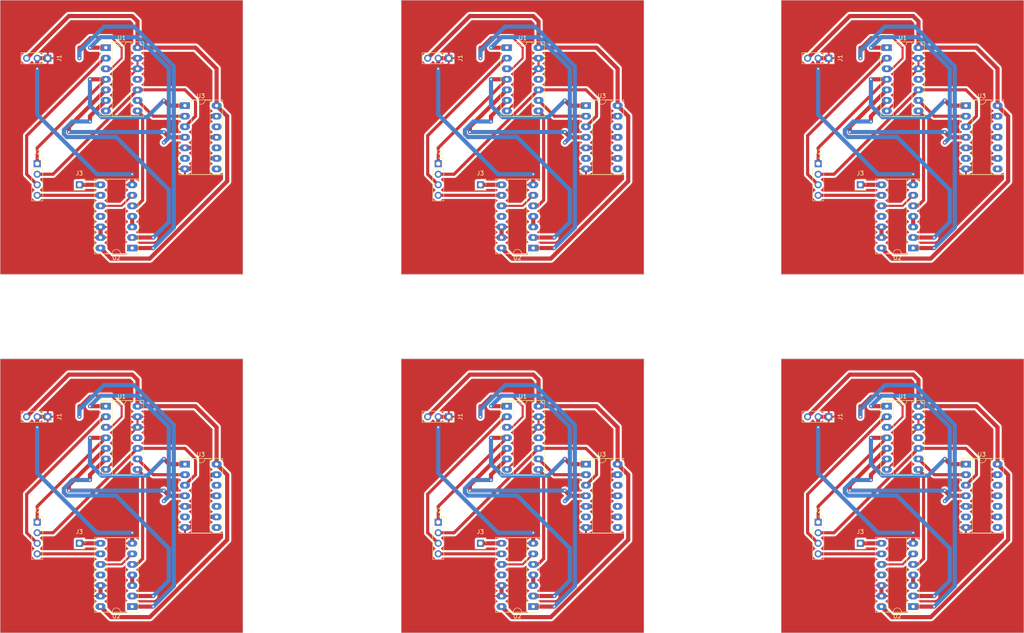
<source format=kicad_pcb>
(kicad_pcb (version 20221018) (generator pcbnew)
  (layers (0 "F.Cu" signal) (31 "B.Cu" signal) (34 "B.Paste" user) (35 "F.Paste" user) (36 "B.SilkS" user "B.Silkscreen") (37 "F.SilkS" user "F.Silkscreen") (38 "B.Mask" user) (39 "F.Mask" user) (44 "Edge.Cuts" user))
  (net 0 "")
  (net 1 "GND")
  (net 2 "5V")
  (net 3 "W")
  (net 4 "X")
  (net 5 "Y")
  (net 6 "Z")
  (net 7 "Net-(J3-Pin_1)")
  (net 8 "X'")
  (net 9 "Net-(U1-Pad3)")
  (net 10 "Net-(U1-Pad6)")
  (net 11 "Net-(U1-Pad8)")
  (net 12 "W'")
  (net 14 "Net-(U2-Pad3)")
  (net 15 "Net-(U2-Pad10)")
  (footprint "Connector_PinSocket_2.54mm:PinSocket_1x04_P2.54mm_Vertical" (layer "F.Cu") (at 130.825 151.135)
    (fp_text reference "J2")
    (fp_text value "Conn_01x04_Socket")
  )
  (footprint "Package_DIP:DIP-14_W7.62mm_Socket_LongPads" (layer "F.Cu") (at 257.82 50.795)
    (fp_text reference "U3")
    (fp_text value "74LS04")
  )
  (footprint "Connector_PinSocket_2.54mm:PinSocket_1x03_P2.54mm_Vertical" (layer "F.Cu") (at 224.805 125.735 -90)
    (fp_text reference "J1")
    (fp_text value "Conn_01x03_Socket")
  )
  (footprint "Package_DIP:DIP-14_W7.62mm_Socket_LongPads" (layer "F.Cu") (at 147.345 36.83)
    (fp_text reference "U1")
    (fp_text value "74LS08")
  )
  (footprint "Package_DIP:DIP-14_W7.62mm_Socket_LongPads" (layer "F.Cu") (at 69.86 50.795)
    (fp_text reference "U3")
    (fp_text value "74LS04")
  )
  (footprint "Connector_PinSocket_2.54mm:PinSocket_1x03_P2.54mm_Vertical" (layer "F.Cu") (at 224.805 39.375 -90)
    (fp_text reference "J1")
    (fp_text value "Conn_01x03_Socket")
  )
  (footprint "Package_DIP:DIP-14_W7.62mm_Socket_LongPads" (layer "F.Cu") (at 245.125 85.095 180)
    (fp_text reference "U2")
    (fp_text value "74LS32")
  )
  (footprint "Connector_PinSocket_2.54mm:PinSocket_1x04_P2.54mm_Vertical" (layer "F.Cu") (at 130.825 64.775)
    (fp_text reference "J2")
    (fp_text value "Conn_01x04_Socket")
  )
  (footprint "Package_DIP:DIP-14_W7.62mm_Socket_LongPads" (layer "F.Cu") (at 238.785 36.83)
    (fp_text reference "U1")
    (fp_text value "74LS08")
  )
  (footprint "Package_DIP:DIP-14_W7.62mm_Socket_LongPads" (layer "F.Cu") (at 245.125 171.455 180)
    (fp_text reference "U2")
    (fp_text value "74LS32")
  )
  (footprint "Package_DIP:DIP-14_W7.62mm_Socket_LongPads" (layer "F.Cu") (at 257.82 137.155)
    (fp_text reference "U3")
    (fp_text value "74LS04")
  )
  (footprint "Connector_PinSocket_2.54mm:PinSocket_1x01_P2.54mm_Vertical" (layer "F.Cu") (at 232.425 156.215)
    (fp_text reference "J3")
    (fp_text value "Conn_01x01_Socket")
  )
  (footprint "Connector_PinSocket_2.54mm:PinSocket_1x01_P2.54mm_Vertical" (layer "F.Cu") (at 140.985 69.855)
    (fp_text reference "J3")
    (fp_text value "Conn_01x01_Socket")
  )
  (footprint "Connector_PinSocket_2.54mm:PinSocket_1x03_P2.54mm_Vertical" (layer "F.Cu") (at 133.365 125.735 -90)
    (fp_text reference "J1")
    (fp_text value "Conn_01x03_Socket")
  )
  (footprint "Connector_PinSocket_2.54mm:PinSocket_1x01_P2.54mm_Vertical" (layer "F.Cu") (at 232.425 69.855)
    (fp_text reference "J3")
    (fp_text value "Conn_01x01_Socket")
  )
  (footprint "Package_DIP:DIP-14_W7.62mm_Socket_LongPads" (layer "F.Cu") (at 50.825 123.19)
    (fp_text reference "U1")
    (fp_text value "74LS08")
  )
  (footprint "Package_DIP:DIP-14_W7.62mm_Socket_LongPads" (layer "F.Cu") (at 50.825 36.83)
    (fp_text reference "U1")
    (fp_text value "74LS08")
  )
  (footprint "Connector_PinSocket_2.54mm:PinSocket_1x01_P2.54mm_Vertical" (layer "F.Cu") (at 44.465 156.215)
    (fp_text reference "J3")
    (fp_text value "Conn_01x01_Socket")
  )
  (footprint "Connector_PinSocket_2.54mm:PinSocket_1x01_P2.54mm_Vertical" (layer "F.Cu") (at 44.465 69.855)
    (fp_text reference "J3")
    (fp_text value "Conn_01x01_Socket")
  )
  (footprint "Package_DIP:DIP-14_W7.62mm_Socket_LongPads" (layer "F.Cu") (at 166.38 137.155)
    (fp_text reference "U3")
    (fp_text value "74LS04")
  )
  (footprint "Package_DIP:DIP-14_W7.62mm_Socket_LongPads" (layer "F.Cu") (at 57.165 85.095 180)
    (fp_text reference "U2")
    (fp_text value "74LS32")
  )
  (footprint "Package_DIP:DIP-14_W7.62mm_Socket_LongPads" (layer "F.Cu") (at 69.86 137.155)
    (fp_text reference "U3")
    (fp_text value "74LS04")
  )
  (footprint "Connector_PinSocket_2.54mm:PinSocket_1x03_P2.54mm_Vertical" (layer "F.Cu") (at 133.365 39.375 -90)
    (fp_text reference "J1")
    (fp_text value "Conn_01x03_Socket")
  )
  (footprint "Connector_PinSocket_2.54mm:PinSocket_1x03_P2.54mm_Vertical" (layer "F.Cu") (at 36.845 125.735 -90)
    (fp_text reference "J1")
    (fp_text value "Conn_01x03_Socket")
  )
  (footprint "Package_DIP:DIP-14_W7.62mm_Socket_LongPads" (layer "F.Cu") (at 57.165 171.455 180)
    (fp_text reference "U2")
    (fp_text value "74LS32")
  )
  (footprint "Connector_PinSocket_2.54mm:PinSocket_1x04_P2.54mm_Vertical" (layer "F.Cu") (at 34.305 151.135)
    (fp_text reference "J2")
    (fp_text value "Conn_01x04_Socket")
  )
  (footprint "Connector_PinSocket_2.54mm:PinSocket_1x04_P2.54mm_Vertical" (layer "F.Cu") (at 222.265 151.135)
    (fp_text reference "J2")
    (fp_text value "Conn_01x04_Socket")
  )
  (footprint "Package_DIP:DIP-14_W7.62mm_Socket_LongPads" (layer "F.Cu") (at 147.345 123.19)
    (fp_text reference "U1")
    (fp_text value "74LS08")
  )
  (footprint "Connector_PinSocket_2.54mm:PinSocket_1x01_P2.54mm_Vertical" (layer "F.Cu") (at 140.985 156.215)
    (fp_text reference "J3")
    (fp_text value "Conn_01x01_Socket")
  )
  (footprint "Package_DIP:DIP-14_W7.62mm_Socket_LongPads" (layer "F.Cu") (at 166.38 50.795)
    (fp_text reference "U3")
    (fp_text value "74LS04")
  )
  (footprint "Package_DIP:DIP-14_W7.62mm_Socket_LongPads" (layer "F.Cu") (at 153.685 171.455 180)
    (fp_text reference "U2")
    (fp_text value "74LS32")
  )
  (footprint "Connector_PinSocket_2.54mm:PinSocket_1x03_P2.54mm_Vertical" (layer "F.Cu") (at 36.845 39.375 -90)
    (fp_text reference "J1")
    (fp_text value "Conn_01x03_Socket")
  )
  (footprint "Package_DIP:DIP-14_W7.62mm_Socket_LongPads" (layer "F.Cu") (at 153.685 85.095 180)
    (fp_text reference "U2")
    (fp_text value "74LS32")
  )
  (footprint "Package_DIP:DIP-14_W7.62mm_Socket_LongPads" (layer "F.Cu") (at 238.785 123.19)
    (fp_text reference "U1")
    (fp_text value "74LS08")
  )
  (footprint "Connector_PinSocket_2.54mm:PinSocket_1x04_P2.54mm_Vertical" (layer "F.Cu") (at 222.265 64.775)
    (fp_text reference "J2")
    (fp_text value "Conn_01x04_Socket")
  )
  (footprint "Connector_PinSocket_2.54mm:PinSocket_1x04_P2.54mm_Vertical" (layer "F.Cu") (at 34.305 64.775)
    (fp_text reference "J2")
    (fp_text value "Conn_01x04_Socket")
  )
  (gr_rect (start 121.92 111.76) (end 180.34 177.8) (stroke (width 0.1)) (fill none) (layer "Edge.Cuts"))
  (gr_rect (start 213.36 111.76) (end 271.78 177.8) (stroke (width 0.1)) (fill none) (layer "Edge.Cuts"))
  (gr_rect (start 25.4 25.4) (end 83.82 91.44) (stroke (width 0.1)) (fill none) (layer "Edge.Cuts"))
  (gr_rect (start 213.36 25.4) (end 271.78 91.44) (stroke (width 0.1)) (fill none) (layer "Edge.Cuts"))
  (gr_rect (start 121.92 25.4) (end 180.34 91.44) (stroke (width 0.1)) (fill none) (layer "Edge.Cuts"))
  (gr_rect (start 25.4 111.76) (end 83.82 177.8) (stroke (width 0.1)) (fill none) (layer "Edge.Cuts"))
  (segment (start 170.175 147.315) (end 170.18 147.32) (width 1) (layer "F.Cu") (net 1))
  (segment (start 57.165 69.855) (end 57.165 67.315) (width 1) (layer "F.Cu") (net 1))
  (segment (start 222.265 39.375) (end 224.805 39.375) (width 1) (layer "F.Cu") (net 1))
  (segment (start 73.66 63.5) (end 71.125 66.035) (width 1) (layer "F.Cu") (net 1))
  (segment (start 57.165 156.215) (end 57.165 153.675) (width 1) (layer "F.Cu") (net 1))
  (segment (start 261.62 63.5) (end 259.085 66.035) (width 1) (layer "F.Cu") (net 1))
  (segment (start 77.48 63.495) (end 73.665 63.495) (width 1) (layer "F.Cu") (net 1))
  (segment (start 73.665 144.775) (end 73.66 144.78) (width 1) (layer "F.Cu") (net 1))
  (segment (start 241.3 135.915) (end 241.3 133.375) (width 0.5) (layer "F.Cu") (net 1))
  (segment (start 241.3 49.555) (end 241.3 47.015) (width 0.5) (layer "F.Cu") (net 1))
  (segment (start 261.625 58.415) (end 261.62 58.42) (width 1) (layer "F.Cu") (net 1))
  (segment (start 241.3 133.375) (end 246.405 128.27) (width 0.5) (layer "F.Cu") (net 1))
  (segment (start 265.44 58.415) (end 261.625 58.415) (width 1) (layer "F.Cu") (net 1))
  (segment (start 261.625 149.855) (end 261.62 149.86) (width 1) (layer "F.Cu") (net 1))
  (segment (start 265.44 149.855) (end 261.625 149.855) (width 1) (layer "F.Cu") (net 1))
  (segment (start 130.825 39.375) (end 130.825 41.915) (width 1) (layer "F.Cu") (net 1))
  (segment (start 257.82 60.955) (end 261.615 60.955) (width 1) (layer "F.Cu") (net 1))
  (segment (start 53.34 49.555) (end 53.34 47.015) (width 0.5) (layer "F.Cu") (net 1))
  (segment (start 261.62 144.78) (end 261.62 147.32) (width 1) (layer "F.Cu") (net 1))
  (segment (start 174 144.775) (end 170.185 144.775) (width 1) (layer "F.Cu") (net 1))
  (segment (start 170.18 58.42) (end 170.18 60.96) (width 1) (layer "F.Cu") (net 1))
  (segment (start 261.625 144.775) (end 261.62 144.78) (width 1) (layer "F.Cu") (net 1))
  (segment (start 149.86 49.555) (end 149.86 47.015) (width 0.5) (layer "F.Cu") (net 1))
  (segment (start 237.505 168.915) (end 237.505 166.375) (width 1) (layer "F.Cu") (net 1))
  (segment (start 174 149.855) (end 170.185 149.855) (width 1) (layer "F.Cu") (net 1))
  (segment (start 170.18 55.88) (end 170.18 58.42) (width 1) (layer "F.Cu") (net 1))
  (segment (start 170.185 58.415) (end 170.18 58.42) (width 1) (layer "F.Cu") (net 1))
  (segment (start 53.34 133.375) (end 58.445 128.27) (width 0.5) (layer "F.Cu") (net 1))
  (segment (start 261.62 55.88) (end 261.62 58.42) (width 1) (layer "F.Cu") (net 1))
  (segment (start 77.48 58.415) (end 73.665 58.415) (width 1) (layer "F.Cu") (net 1))
  (segment (start 174 53.335) (end 172.725 53.335) (width 1) (layer "F.Cu") (net 1))
  (segment (start 261.625 63.495) (end 261.62 63.5) (width 1) (layer "F.Cu") (net 1))
  (segment (start 238.785 138.43) (end 241.3 135.915) (width 0.5) (layer "F.Cu") (net 1))
  (segment (start 153.685 69.855) (end 153.685 67.315) (width 1) (layer "F.Cu") (net 1))
  (segment (start 265.44 144.775) (end 261.625 144.775) (width 1) (layer "F.Cu") (net 1))
  (segment (start 73.66 142.24) (end 73.66 144.78) (width 1) (layer "F.Cu") (net 1))
  (segment (start 73.665 58.415) (end 73.66 58.42) (width 1) (layer "F.Cu") (net 1))
  (segment (start 222.265 125.735) (end 224.805 125.735) (width 1) (layer "F.Cu") (net 1))
  (segment (start 174 63.495) (end 170.185 63.495) (width 1) (layer "F.Cu") (net 1))
  (segment (start 170.18 60.96) (end 170.18 63.5) (width 1) (layer "F.Cu") (net 1))
  (segment (start 34.305 125.735) (end 34.305 128.275) (width 1) (layer "F.Cu") (net 1))
  (segment (start 259.085 152.395) (end 257.82 152.395) (width 1) (layer "F.Cu") (net 1))
  (segment (start 170.18 147.32) (end 170.18 149.86) (width 1) (layer "F.Cu") (net 1))
  (segment (start 130.825 125.735) (end 133.365 125.735) (width 1) (layer "F.Cu") (net 1))
  (segment (start 166.38 147.315) (end 170.175 147.315) (width 1) (layer "F.Cu") (net 1))
  (segment (start 69.86 147.315) (end 73.655 147.315) (width 1) (layer "F.Cu") (net 1))
  (segment (start 77.48 139.695) (end 76.205 139.695) (width 1) (layer "F.Cu") (net 1))
  (segment (start 146.065 82.555) (end 146.065 80.015) (width 1) (layer "F.Cu") (net 1))
  (segment (start 170.185 63.495) (end 170.18 63.5) (width 1) (layer "F.Cu") (net 1))
  (segment (start 245.125 156.215) (end 245.125 153.675) (width 1) (layer "F.Cu") (net 1))
  (segment (start 34.305 39.375) (end 36.845 39.375) (width 1) (layer "F.Cu") (net 1))
  (segment (start 261.62 60.96) (end 261.62 63.5) (width 1) (layer "F.Cu") (net 1))
  (segment (start 77.48 149.855) (end 73.665 149.855) (width 1) (layer "F.Cu") (net 1))
  (segment (start 222.265 39.375) (end 222.265 41.915) (width 1) (layer "F.Cu") (net 1))
  (segment (start 149.86 47.015) (end 154.965 41.91) (width 0.5) (layer "F.Cu") (net 1))
  (segment (start 147.345 52.07) (end 149.86 49.555) (width 0.5) (layer "F.Cu") (net 1))
  (segment (start 237.505 82.555) (end 237.505 80.015) (width 1) (layer "F.Cu") (net 1))
  (segment (start 53.34 47.015) (end 58.445 41.91) (width 0.5) (layer "F.Cu") (net 1))
  (segment (start 73.66 147.32) (end 73.66 149.86) (width 1) (layer "F.Cu") (net 1))
  (segment (start 69.86 60.955) (end 73.655 60.955) (width 1) (layer "F.Cu") (net 1))
  (segment (start 261.615 147.315) (end 261.62 147.32) (width 1) (layer "F.Cu") (net 1))
  (segment (start 261.62 142.24) (end 261.62 144.78) (width 1) (layer "F.Cu") (net 1))
  (segment (start 73.665 63.495) (end 73.66 63.5) (width 1) (layer "F.Cu") (net 1))
  (segment (start 77.48 144.775) (end 73.665 144.775) (width 1) (layer "F.Cu") (net 1))
  (segment (start 34.305 39.375) (end 34.305 41.915) (width 1) (layer "F.Cu") (net 1))
  (segment (start 265.44 53.335) (end 264.165 53.335) (width 1) (layer "F.Cu") (net 1))
  (segment (start 73.655 60.955) (end 73.66 60.96) (width 1) (layer "F.Cu") (net 1))
  (segment (start 241.3 47.015) (end 246.405 41.91) (width 0.5) (layer "F.Cu") (net 1))
  (segment (start 50.825 138.43) (end 53.34 135.915) (width 0.5) (layer "F.Cu") (net 1))
  (segment (start 73.66 60.96) (end 73.66 63.5) (width 1) (layer "F.Cu") (net 1))
  (segment (start 170.18 142.24) (end 170.18 144.78) (width 1) (layer "F.Cu") (net 1))
  (segment (start 73.66 58.42) (end 73.66 60.96) (width 1) (layer "F.Cu") (net 1))
  (segment (start 147.345 138.43) (end 149.86 135.915) (width 0.5) (layer "F.Cu") (net 1))
  (segment (start 34.305 125.735) (end 36.845 125.735) (width 1) (layer "F.Cu") (net 1))
  (segment (start 166.38 60.955) (end 170.175 60.955) (width 1) (layer "F.Cu") (net 1))
  (segment (start 264.165 53.335) (end 261.62 55.88) (width 1) (layer "F.Cu") (net 1))
  (segment (start 261.62 147.32) (end 261.62 149.86) (width 1) (layer "F.Cu") (net 1))
  (segment (start 146.065 168.915) (end 146.065 166.375) (width 1) (layer "F.Cu") (net 1))
  (segment (start 53.34 135.915) (end 53.34 133.375) (width 0.5) (layer "F.Cu") (net 1))
  (segment (start 71.125 152.395) (end 69.86 152.395) (width 1) (layer "F.Cu") (net 1))
  (segment (start 71.125 66.035) (end 69.86 66.035) (width 1) (layer "F.Cu") (net 1))
  (segment (start 245.125 69.855) (end 245.125 67.315) (width 1) (layer "F.Cu") (net 1))
  (segment (start 130.825 125.735) (end 130.825 128.275) (width 1) (layer "F.Cu") (net 1))
  (segment (start 49.545 82.555) (end 49.545 80.015) (width 1) (layer "F.Cu") (net 1))
  (segment (start 265.44 63.495) (end 261.625 63.495) (width 1) (layer "F.Cu") (net 1))
  (segment (start 170.18 149.86) (end 167.645 152.395) (width 1) (layer "F.Cu") (net 1))
  (segment (start 170.18 144.78) (end 170.18 147.32) (width 1) (layer "F.Cu") (net 1))
  (segment (start 149.86 133.375) (end 154.965 128.27) (width 0.5) (layer "F.Cu") (net 1))
  (segment (start 238.785 52.07) (end 241.3 49.555) (width 0.5) (layer "F.Cu") (net 1))
  (segment (start 172.725 139.695) (end 170.18 142.24) (width 1) (layer "F.Cu") (net 1))
  (segment (start 170.18 63.5) (end 167.645 66.035) (width 1) (layer "F.Cu") (net 1))
  (segment (start 73.66 149.86) (end 71.125 152.395) (width 1) (layer "F.Cu") (net 1))
  (segment (start 167.645 152.395) (end 166.38 152.395) (width 1) (layer "F.Cu") (net 1))
  (segment (start 49.545 168.915) (end 49.545 166.375) (width 1) (layer "F.Cu") (net 1))
  (segment (start 172.725 53.335) (end 170.18 55.88) (width 1) (layer "F.Cu") (net 1))
  (segment (start 170.185 149.855) (end 170.18 149.86) (width 1) (layer "F.Cu") (net 1))
  (segment (start 73.655 147.315) (end 73.66 147.32) (width 1) (layer "F.Cu") (net 1))
  (segment (start 174 58.415) (end 170.185 58.415) (width 1) (layer "F.Cu") (net 1))
  (segment (start 73.665 149.855) (end 73.66 149.86) (width 1) (layer "F.Cu") (net 1))
  (segment (start 257.82 147.315) (end 261.615 147.315) (width 1) (layer "F.Cu") (net 1))
  (segment (start 76.205 53.335) (end 73.66 55.88) (width 1) (layer "F.Cu") (net 1))
  (segment (start 261.62 58.42) (end 261.62 60.96) (width 1) (layer "F.Cu") (net 1))
  (segment (start 174 139.695) (end 172.725 139.695) (width 1) (layer "F.Cu") (net 1))
  (segment (start 265.44 139.695) (end 264.165 139.695) (width 1) (layer "F.Cu") (net 1))
  (segment (start 261.615 60.955) (end 261.62 60.96) (width 1) (layer "F.Cu") (net 1))
  (segment (start 50.825 52.07) (end 53.34 49.555) (width 0.5) (layer "F.Cu") (net 1))
  (segment (start 73.66 55.88) (end 73.66 58.42) (width 1) (layer "F.Cu") (net 1))
  (segment (start 76.205 139.695) (end 73.66 142.24) (width 1) (layer "F.Cu") (net 1))
  (segment (start 264.165 139.695) (end 261.62 142.24) (width 1) (layer "F.Cu") (net 1))
  (segment (start 261.62 149.86) (end 259.085 152.395) (width 1) (layer "F.Cu") (net 1))
  (segment (start 149.86 135.915) (end 149.86 133.375) (width 0.5) (layer "F.Cu") (net 1))
  (segment (start 170.185 144.775) (end 170.18 144.78) (width 1) (layer "F.Cu") (net 1))
  (segment (start 167.645 66.035) (end 166.38 66.035) (width 1) (layer "F.Cu") (net 1))
  (segment (start 77.48 53.335) (end 76.205 53.335) (width 1) (layer "F.Cu") (net 1))
  (segment (start 73.66 144.78) (end 73.66 147.32) (width 1) (layer "F.Cu") (net 1))
  (segment (start 130.825 39.375) (end 133.365 39.375) (width 1) (layer "F.Cu") (net 1))
  (segment (start 222.265 125.735) (end 222.265 128.275) (width 1) (layer "F.Cu") (net 1))
  (segment (start 259.085 66.035) (end 257.82 66.035) (width 1) (layer "F.Cu") (net 1))
  (segment (start 170.175 60.955) (end 170.18 60.96) (width 1) (layer "F.Cu") (net 1))
  (segment (start 153.685 156.215) (end 153.685 153.675) (width 1) (layer "F.Cu") (net 1))
  (via (at 130.825 41.915) (size 0.8) (drill 0.4) (layers "F.Cu" "B.Cu") (net 1))
  (via (at 153.685 153.675) (size 0.8) (drill 0.4) (layers "F.Cu" "B.Cu") (net 1))
  (via (at 222.265 41.915) (size 0.8) (drill 0.4) (layers "F.Cu" "B.Cu") (net 1))
  (via (at 245.125 153.675) (size 0.8) (drill 0.4) (layers "F.Cu" "B.Cu") (net 1))
  (via (at 245.125 67.315) (size 0.8) (drill 0.4) (layers "F.Cu" "B.Cu") (net 1))
  (via (at 153.685 67.315) (size 0.8) (drill 0.4) (layers "F.Cu" "B.Cu") (net 1))
  (via (at 34.305 128.275) (size 0.8) (drill 0.4) (layers "F.Cu" "B.Cu") (net 1))
  (via (at 130.825 128.275) (size 0.8) (drill 0.4) (layers "F.Cu" "B.Cu") (net 1))
  (via (at 57.165 67.315) (size 0.8) (drill 0.4) (layers "F.Cu" "B.Cu") (net 1))
  (via (at 57.165 153.675) (size 0.8) (drill 0.4) (layers "F.Cu" "B.Cu") (net 1))
  (via (at 222.265 128.275) (size 0.8) (drill 0.4) (layers "F.Cu" "B.Cu") (net 1))
  (via (at 34.305 41.915) (size 0.8) (drill 0.4) (layers "F.Cu" "B.Cu") (net 1))
  (segment (start 34.305 41.915) (end 34.305 52.929112) (width 1) (layer "B.Cu") (net 1))
  (segment (start 222.265 52.929112) (end 236.650888 67.315) (width 1) (layer "B.Cu") (net 1))
  (segment (start 222.265 128.275) (end 222.265 139.289112) (width 1) (layer "B.Cu") (net 1))
  (segment (start 222.265 139.289112) (end 236.650888 153.675) (width 1) (layer "B.Cu") (net 1))
  (segment (start 145.210888 67.315) (end 153.685 67.315) (width 1) (layer "B.Cu") (net 1))
  (segment (start 130.825 139.289112) (end 145.210888 153.675) (width 1) (layer "B.Cu") (net 1))
  (segment (start 34.305 139.289112) (end 48.690888 153.675) (width 1) (layer "B.Cu") (net 1))
  (segment (start 222.265 41.915) (end 222.265 52.929112) (width 1) (layer "B.Cu") (net 1))
  (segment (start 34.305 52.929112) (end 48.690888 67.315) (width 1) (layer "B.Cu") (net 1))
  (segment (start 48.690888 153.675) (end 57.165 153.675) (width 1) (layer "B.Cu") (net 1))
  (segment (start 130.825 52.929112) (end 145.210888 67.315) (width 1) (layer "B.Cu") (net 1))
  (segment (start 130.825 41.915) (end 130.825 52.929112) (width 1) (layer "B.Cu") (net 1))
  (segment (start 145.210888 153.675) (end 153.685 153.675) (width 1) (layer "B.Cu") (net 1))
  (segment (start 48.690888 67.315) (end 57.165 67.315) (width 1) (layer "B.Cu") (net 1))
  (segment (start 130.825 128.275) (end 130.825 139.289112) (width 1) (layer "B.Cu") (net 1))
  (segment (start 34.305 128.275) (end 34.305 139.289112) (width 1) (layer "B.Cu") (net 1))
  (segment (start 236.650888 153.675) (end 245.125 153.675) (width 1) (layer "B.Cu") (net 1))
  (segment (start 236.650888 67.315) (end 245.125 67.315) (width 1) (layer "B.Cu") (net 1))
  (segment (start 265.44 50.795) (end 265.44 41.91) (width 1) (layer "F.Cu") (net 2))
  (segment (start 80.025 155.372056) (end 61.402056 173.995) (width 1) (layer "F.Cu") (net 2))
  (segment (start 77.48 50.795) (end 80.025 53.34) (width 1) (layer "F.Cu") (net 2))
  (segment (start 138.445 115.575) (end 128.285 125.735) (width 1) (layer "F.Cu") (net 2))
  (segment (start 174 41.91) (end 168.92 36.83) (width 1) (layer "F.Cu") (net 2))
  (segment (start 176.545 53.34) (end 176.545 69.012056) (width 1) (layer "F.Cu") (net 2))
  (segment (start 52.085 87.635) (end 49.545 85.095) (width 1) (layer "F.Cu") (net 2))
  (segment (start 229.885 115.575) (end 219.725 125.735) (width 1) (layer "F.Cu") (net 2))
  (segment (start 58.445 123.19) (end 58.445 116.855) (width 1) (layer "F.Cu") (net 2))
  (segment (start 77.48 41.91) (end 72.4 36.83) (width 1) (layer "F.Cu") (net 2))
  (segment (start 240.045 87.635) (end 237.505 85.095) (width 1) (layer "F.Cu") (net 2))
  (segment (start 57.165 115.575) (end 41.925 115.575) (width 1) (layer "F.Cu") (net 2))
  (segment (start 57.165 29.215) (end 41.925 29.215) (width 1) (layer "F.Cu") (net 2))
  (segment (start 148.605 87.635) (end 146.065 85.095) (width 1) (layer "F.Cu") (net 2))
  (segment (start 174 50.795) (end 174 41.91) (width 1) (layer "F.Cu") (net 2))
  (segment (start 58.445 116.855) (end 57.165 115.575) (width 1) (layer "F.Cu") (net 2))
  (segment (start 52.085 173.995) (end 49.545 171.455) (width 1) (layer "F.Cu") (net 2))
  (segment (start 240.045 173.995) (end 237.505 171.455) (width 1) (layer "F.Cu") (net 2))
  (segment (start 72.4 36.83) (end 58.445 36.83) (width 1) (layer "F.Cu") (net 2))
  (segment (start 153.685 29.215) (end 138.445 29.215) (width 1) (layer "F.Cu") (net 2))
  (segment (start 174 128.27) (end 168.92 123.19) (width 1) (layer "F.Cu") (net 2))
  (segment (start 41.925 29.215) (end 31.765 39.375) (width 1) (layer "F.Cu") (net 2))
  (segment (start 154.965 116.855) (end 153.685 115.575) (width 1) (layer "F.Cu") (net 2))
  (segment (start 157.922056 173.995) (end 148.605 173.995) (width 1) (layer "F.Cu") (net 2))
  (segment (start 176.545 155.372056) (end 157.922056 173.995) (width 1) (layer "F.Cu") (net 2))
  (segment (start 80.025 139.7) (end 80.025 155.372056) (width 1) (layer "F.Cu") (net 2))
  (segment (start 229.885 29.215) (end 219.725 39.375) (width 1) (layer "F.Cu") (net 2))
  (segment (start 249.362056 87.635) (end 240.045 87.635) (width 1) (layer "F.Cu") (net 2))
  (segment (start 154.965 123.19) (end 154.965 116.855) (width 1) (layer "F.Cu") (net 2))
  (segment (start 61.402056 173.995) (end 52.085 173.995) (width 1) (layer "F.Cu") (net 2))
  (segment (start 176.545 69.012056) (end 157.922056 87.635) (width 1) (layer "F.Cu") (net 2))
  (segment (start 58.445 36.83) (end 58.445 30.495) (width 1) (layer "F.Cu") (net 2))
  (segment (start 267.985 69.012056) (end 249.362056 87.635) (width 1) (layer "F.Cu") (net 2))
  (segment (start 249.362056 173.995) (end 240.045 173.995) (width 1) (layer "F.Cu") (net 2))
  (segment (start 260.36 36.83) (end 246.405 36.83) (width 1) (layer "F.Cu") (net 2))
  (segment (start 168.92 36.83) (end 154.965 36.83) (width 1) (layer "F.Cu") (net 2))
  (segment (start 267.985 53.34) (end 267.985 69.012056) (width 1) (layer "F.Cu") (net 2))
  (segment (start 265.44 128.27) (end 260.36 123.19) (width 1) (layer "F.Cu") (net 2))
  (segment (start 157.922056 87.635) (end 148.605 87.635) (width 1) (layer "F.Cu") (net 2))
  (segment (start 176.545 139.7) (end 176.545 155.372056) (width 1) (layer "F.Cu") (net 2))
  (segment (start 77.48 137.155) (end 77.48 128.27) (width 1) (layer "F.Cu") (net 2))
  (segment (start 77.48 137.155) (end 80.025 139.7) (width 1) (layer "F.Cu") (net 2))
  (segment (start 174 137.155) (end 176.545 139.7) (width 1) (layer "F.Cu") (net 2))
  (segment (start 245.125 29.215) (end 229.885 29.215) (width 1) (layer "F.Cu") (net 2))
  (segment (start 58.445 30.495) (end 57.165 29.215) (width 1) (layer "F.Cu") (net 2))
  (segment (start 265.44 50.795) (end 267.985 53.34) (width 1) (layer "F.Cu") (net 2))
  (segment (start 267.985 139.7) (end 267.985 155.372056) (width 1) (layer "F.Cu") (net 2))
  (segment (start 72.4 123.19) (end 58.445 123.19) (width 1) (layer "F.Cu") (net 2))
  (segment (start 246.405 116.855) (end 245.125 115.575) (width 1) (layer "F.Cu") (net 2))
  (segment (start 168.92 123.19) (end 154.965 123.19) (width 1) (layer "F.Cu") (net 2))
  (segment (start 80.025 69.012056) (end 61.402056 87.635) (width 1) (layer "F.Cu") (net 2))
  (segment (start 174 50.795) (end 176.545 53.34) (width 1) (layer "F.Cu") (net 2))
  (segment (start 77.48 128.27) (end 72.4 123.19) (width 1) (layer "F.Cu") (net 2))
  (segment (start 77.48 50.795) (end 77.48 41.91) (width 1) (layer "F.Cu") (net 2))
  (segment (start 80.025 53.34) (end 80.025 69.012056) (width 1) (layer "F.Cu") (net 2))
  (segment (start 246.405 30.495) (end 245.125 29.215) (width 1) (layer "F.Cu") (net 2))
  (segment (start 154.965 30.495) (end 153.685 29.215) (width 1) (layer "F.Cu") (net 2))
  (segment (start 246.405 36.83) (end 246.405 30.495) (width 1) (layer "F.Cu") (net 2))
  (segment (start 148.605 173.995) (end 146.065 171.455) (width 1) (layer "F.Cu") (net 2))
  (segment (start 174 137.155) (end 174 128.27) (width 1) (layer "F.Cu") (net 2))
  (segment (start 265.44 137.155) (end 265.44 128.27) (width 1) (layer "F.Cu") (net 2))
  (segment (start 41.925 115.575) (end 31.765 125.735) (width 1) (layer "F.Cu") (net 2))
  (segment (start 265.44 137.155) (end 267.985 139.7) (width 1) (layer "F.Cu") (net 2))
  (segment (start 260.36 123.19) (end 246.405 123.19) (width 1) (layer "F.Cu") (net 2))
  (segment (start 245.125 115.575) (end 229.885 115.575) (width 1) (layer "F.Cu") (net 2))
  (segment (start 265.44 41.91) (end 260.36 36.83) (width 1) (layer "F.Cu") (net 2))
  (segment (start 246.405 123.19) (end 246.405 116.855) (width 1) (layer "F.Cu") (net 2))
  (segment (start 154.965 36.83) (end 154.965 30.495) (width 1) (layer "F.Cu") (net 2))
  (segment (start 138.445 29.215) (end 128.285 39.375) (width 1) (layer "F.Cu") (net 2))
  (segment (start 153.685 115.575) (end 138.445 115.575) (width 1) (layer "F.Cu") (net 2))
  (segment (start 61.402056 87.635) (end 52.085 87.635) (width 1) (layer "F.Cu") (net 2))
  (segment (start 267.985 155.372056) (end 249.362056 173.995) (width 1) (layer "F.Cu") (net 2))
  (segment (start 34.305 151.135) (end 34.305 147.33) (width 0.75) (layer "F.Cu") (net 3))
  (segment (start 34.305 64.775) (end 34.305 60.97) (width 0.75) (layer "F.Cu") (net 3))
  (segment (start 254.005 137.155) (end 252.745 135.895) (width 1) (layer "F.Cu") (net 3))
  (segment (start 222.265 147.33) (end 238.785 130.81) (width 0.75) (layer "F.Cu") (net 3))
  (segment (start 238.78 44.455) (end 238.785 44.45) (width 1) (layer "F.Cu") (net 3))
  (segment (start 69.86 50.795) (end 66.045 50.795) (width 1) (layer "F.Cu") (net 3))
  (segment (start 130.825 147.33) (end 147.345 130.81) (width 0.75) (layer "F.Cu") (net 3))
  (segment (start 257.82 137.155) (end 254.005 137.155) (width 1) (layer "F.Cu") (net 3))
  (segment (start 222.265 60.97) (end 238.785 44.45) (width 0.75) (layer "F.Cu") (net 3))
  (segment (start 162.565 50.795) (end 161.305 49.535) (width 1) (layer "F.Cu") (net 3))
  (segment (start 69.86 137.155) (end 66.045 137.155) (width 1) (layer "F.Cu") (net 3))
  (segment (start 222.265 64.775) (end 222.265 60.97) (width 0.75) (layer "F.Cu") (net 3))
  (segment (start 254.005 50.795) (end 252.745 49.535) (width 1) (layer "F.Cu") (net 3))
  (segment (start 34.305 147.33) (end 50.825 130.81) (width 0.75) (layer "F.Cu") (net 3))
  (segment (start 147.34 44.455) (end 147.345 44.45) (width 1) (layer "F.Cu") (net 3))
  (segment (start 50.82 130.815) (end 50.825 130.81) (width 1) (layer "F.Cu") (net 3))
  (segment (start 47.005 130.815) (end 50.82 130.815) (width 1) (layer "F.Cu") (net 3))
  (segment (start 166.38 137.155) (end 162.565 137.155) (width 1) (layer "F.Cu") (net 3))
  (segment (start 234.965 44.455) (end 238.78 44.455) (width 1) (layer "F.Cu") (net 3))
  (segment (start 238.78 130.815) (end 238.785 130.81) (width 1) (layer "F.Cu") (net 3))
  (segment (start 130.825 64.775) (end 130.825 60.97) (width 0.75) (layer "F.Cu") (net 3))
  (segment (start 147.34 130.815) (end 147.345 130.81) (width 1) (layer "F.Cu") (net 3))
  (segment (start 66.045 50.795) (end 64.785 49.535) (width 1) (layer "F.Cu") (net 3))
  (segment (start 130.825 60.97) (end 147.345 44.45) (width 0.75) (layer "F.Cu") (net 3))
  (segment (start 143.525 130.815) (end 147.34 130.815) (width 1) (layer "F.Cu") (net 3))
  (segment (start 162.565 137.155) (end 161.305 135.895) (width 1) (layer "F.Cu") (net 3))
  (segment (start 143.525 44.455) (end 147.34 44.455) (width 1) (layer "F.Cu") (net 3))
  (segment (start 50.82 44.455) (end 50.825 44.45) (width 1) (layer "F.Cu") (net 3))
  (segment (start 47.005 44.455) (end 50.82 44.455) (width 1) (layer "F.Cu") (net 3))
  (segment (start 166.38 50.795) (end 162.565 50.795) (width 1) (layer "F.Cu") (net 3))
  (segment (start 257.82 50.795) (end 254.005 50.795) (width 1) (layer "F.Cu") (net 3))
  (segment (start 222.265 151.135) (end 222.265 147.33) (width 0.75) (layer "F.Cu") (net 3))
  (segment (start 130.825 151.135) (end 130.825 147.33) (width 0.75) (layer "F.Cu") (net 3))
  (segment (start 234.965 130.815) (end 238.78 130.815) (width 1) (layer "F.Cu") (net 3))
  (segment (start 34.305 60.97) (end 50.825 44.45) (width 0.75) (layer "F.Cu") (net 3))
  (segment (start 66.045 137.155) (end 64.785 135.895) (width 1) (layer "F.Cu") (net 3))
  (via (at 161.305 49.535) (size 0.8) (drill 0.4) (layers "F.Cu" "B.Cu") (net 3))
  (via (at 234.965 44.455) (size 0.8) (drill 0.4) (layers "F.Cu" "B.Cu") (net 3))
  (via (at 143.525 130.815) (size 0.8) (drill 0.4) (layers "F.Cu" "B.Cu") (net 3))
  (via (at 234.965 130.815) (size 0.8) (drill 0.4) (layers "F.Cu" "B.Cu") (net 3))
  (via (at 47.005 44.455) (size 0.8) (drill 0.4) (layers "F.Cu" "B.Cu") (net 3))
  (via (at 64.785 135.895) (size 0.8) (drill 0.4) (layers "F.Cu" "B.Cu") (net 3))
  (via (at 47.005 130.815) (size 0.8) (drill 0.4) (layers "F.Cu" "B.Cu") (net 3))
  (via (at 252.745 49.535) (size 0.8) (drill 0.4) (layers "F.Cu" "B.Cu") (net 3))
  (via (at 143.525 44.455) (size 0.8) (drill 0.4) (layers "F.Cu" "B.Cu") (net 3))
  (via (at 161.305 135.895) (size 0.8) (drill 0.4) (layers "F.Cu" "B.Cu") (net 3))
  (via (at 64.785 49.535) (size 0.8) (drill 0.4) (layers "F.Cu" "B.Cu") (net 3))
  (via (at 252.745 135.895) (size 0.8) (drill 0.4) (layers "F.Cu" "B.Cu") (net 3))
  (segment (start 60.75 53.57) (end 49.80368 53.57) (width 1) (layer "B.Cu") (net 3))
  (segment (start 234.965 50.77132) (end 234.965 44.455) (width 1) (layer "B.Cu") (net 3))
  (segment (start 252.745 49.535) (end 248.71 53.57) (width 1) (layer "B.Cu") (net 3))
  (segment (start 237.76368 139.93) (end 234.965 137.13132) (width 1) (layer "B.Cu") (net 3))
  (segment (start 143.525 137.13132) (end 143.525 130.815) (width 1) (layer "B.Cu") (net 3))
  (segment (start 146.32368 139.93) (end 143.525 137.13132) (width 1) (layer "B.Cu") (net 3))
  (segment (start 161.305 135.895) (end 157.27 139.93) (width 1) (layer "B.Cu") (net 3))
  (segment (start 64.785 135.895) (end 60.75 139.93) (width 1) (layer "B.Cu") (net 3))
  (segment (start 252.745 135.895) (end 248.71 139.93) (width 1) (layer "B.Cu") (net 3))
  (segment (start 60.75 139.93) (end 49.80368 139.93) (width 1) (layer "B.Cu") (net 3))
  (segment (start 49.80368 139.93) (end 47.005 137.13132) (width 1) (layer "B.Cu") (net 3))
  (segment (start 47.005 50.77132) (end 47.005 44.455) (width 1) (layer "B.Cu") (net 3))
  (segment (start 248.71 53.57) (end 237.76368 53.57) (width 1) (layer "B.Cu") (net 3))
  (segment (start 146.32368 53.57) (end 143.525 50.77132) (width 1) (layer "B.Cu") (net 3))
  (segment (start 143.525 50.77132) (end 143.525 44.455) (width 1) (layer "B.Cu") (net 3))
  (segment (start 47.005 137.13132) (end 47.005 130.815) (width 1) (layer "B.Cu") (net 3))
  (segment (start 161.305 49.535) (end 157.27 53.57) (width 1) (layer "B.Cu") (net 3))
  (segment (start 64.785 49.535) (end 60.75 53.57) (width 1) (layer "B.Cu") (net 3))
  (segment (start 49.80368 53.57) (end 47.005 50.77132) (width 1) (layer "B.Cu") (net 3))
  (segment (start 157.27 139.93) (end 146.32368 139.93) (width 1) (layer "B.Cu") (net 3))
  (segment (start 157.27 53.57) (end 146.32368 53.57) (width 1) (layer "B.Cu") (net 3))
  (segment (start 234.965 137.13132) (end 234.965 130.815) (width 1) (layer "B.Cu") (net 3))
  (segment (start 248.71 139.93) (end 237.76368 139.93) (width 1) (layer "B.Cu") (net 3))
  (segment (start 237.76368 53.57) (end 234.965 50.77132) (width 1) (layer "B.Cu") (net 3))
  (segment (start 58.445 46.99) (end 69.86 46.99) (width 0.75) (layer "F.Cu") (net 4))
  (segment (start 168.925 53.33) (end 166.38 55.875) (width 0.75) (layer "F.Cu") (net 4))
  (segment (start 168.925 49.535) (end 168.925 53.33) (width 0.75) (layer "F.Cu") (net 4))
  (segment (start 34.305 67.315) (end 38.12 67.315) (width 0.75) (layer "F.Cu") (net 4))
  (segment (start 134.64 153.675) (end 154.965 133.35) (width 0.75) (layer "F.Cu") (net 4))
  (segment (start 38.12 67.315) (end 58.445 46.99) (width 0.75) (layer "F.Cu") (net 4))
  (segment (start 260.365 49.535) (end 260.365 53.33) (width 0.75) (layer "F.Cu") (net 4))
  (segment (start 222.265 67.315) (end 226.08 67.315) (width 0.75) (layer "F.Cu") (net 4))
  (segment (start 257.82 133.35) (end 260.365 135.895) (width 0.75) (layer "F.Cu") (net 4))
  (segment (start 260.365 139.69) (end 257.82 142.235) (width 0.75) (layer "F.Cu") (net 4))
  (segment (start 130.825 153.675) (end 134.64 153.675) (width 0.75) (layer "F.Cu") (net 4))
  (segment (start 38.12 153.675) (end 58.445 133.35) (width 0.75) (layer "F.Cu") (net 4))
  (segment (start 166.38 46.99) (end 168.925 49.535) (width 0.75) (layer "F.Cu") (net 4))
  (segment (start 246.405 46.99) (end 257.82 46.99) (width 0.75) (layer "F.Cu") (net 4))
  (segment (start 168.925 135.895) (end 168.925 139.69) (width 0.75) (layer "F.Cu") (net 4))
  (segment (start 166.38 133.35) (end 168.925 135.895) (width 0.75) (layer "F.Cu") (net 4))
  (segment (start 69.86 133.35) (end 72.405 135.895) (width 0.75) (layer "F.Cu") (net 4))
  (segment (start 130.825 67.315) (end 134.64 67.315) (width 0.75) (layer "F.Cu") (net 4))
  (segment (start 72.405 53.33) (end 69.86 55.875) (width 0.75) (layer "F.Cu") (net 4))
  (segment (start 260.365 135.895) (end 260.365 139.69) (width 0.75) (layer "F.Cu") (net 4))
  (segment (start 72.405 135.895) (end 72.405 139.69) (width 0.75) (layer "F.Cu") (net 4))
  (segment (start 226.08 67.315) (end 246.405 46.99) (width 0.75) (layer "F.Cu") (net 4))
  (segment (start 134.64 67.315) (end 154.965 46.99) (width 0.75) (layer "F.Cu") (net 4))
  (segment (start 72.405 49.535) (end 72.405 53.33) (width 0.75) (layer "F.Cu") (net 4))
  (segment (start 69.86 46.99) (end 72.405 49.535) (width 0.75) (layer "F.Cu") (net 4))
  (segment (start 58.445 133.35) (end 69.86 133.35) (width 0.75) (layer "F.Cu") (net 4))
  (segment (start 154.965 133.35) (end 166.38 133.35) (width 0.75) (layer "F.Cu") (net 4))
  (segment (start 260.365 53.33) (end 257.82 55.875) (width 0.75) (layer "F.Cu") (net 4))
  (segment (start 222.265 153.675) (end 226.08 153.675) (width 0.75) (layer "F.Cu") (net 4))
  (segment (start 72.405 139.69) (end 69.86 142.235) (width 0.75) (layer "F.Cu") (net 4))
  (segment (start 226.08 153.675) (end 246.405 133.35) (width 0.75) (layer "F.Cu") (net 4))
  (segment (start 154.965 46.99) (end 166.38 46.99) (width 0.75) (layer "F.Cu") (net 4))
  (segment (start 246.405 133.35) (end 257.82 133.35) (width 0.75) (layer "F.Cu") (net 4))
  (segment (start 168.925 139.69) (end 166.38 142.235) (width 0.75) (layer "F.Cu") (net 4))
  (segment (start 34.305 153.675) (end 38.12 153.675) (width 0.75) (layer "F.Cu") (net 4))
  (segment (start 257.82 46.99) (end 260.365 49.535) (width 0.75) (layer "F.Cu") (net 4))
  (segment (start 238.385 39.37) (end 238.785 39.37) (width 0.75) (layer "F.Cu") (net 5))
  (segment (start 128.285 67.315) (end 128.285 58.03) (width 0.75) (layer "F.Cu") (net 5))
  (segment (start 34.305 156.215) (end 31.765 153.675) (width 0.75) (layer "F.Cu") (net 5))
  (segment (start 31.765 67.315) (end 31.765 58.03) (width 0.75) (layer "F.Cu") (net 5))
  (segment (start 34.305 69.855) (end 31.765 67.315) (width 0.75) (layer "F.Cu") (net 5))
  (segment (start 130.825 69.855) (end 128.285 67.315) (width 0.75) (layer "F.Cu") (net 5))
  (segment (start 219.725 67.315) (end 219.725 58.03) (width 0.75) (layer "F.Cu") (net 5))
  (segment (start 31.765 144.39) (end 50.425 125.73) (width 0.75) (layer "F.Cu") (net 5))
  (segment (start 50.425 125.73) (end 50.825 125.73) (width 0.75) (layer "F.Cu") (net 5))
  (segment (start 146.945 39.37) (end 147.345 39.37) (width 0.75) (layer "F.Cu") (net 5))
  (segment (start 219.725 153.675) (end 219.725 144.39) (width 0.75) (layer "F.Cu") (net 5))
  (segment (start 31.765 58.03) (end 50.425 39.37) (width 0.75) (layer "F.Cu") (net 5))
  (segment (start 50.425 39.37) (end 50.825 39.37) (width 0.75) (layer "F.Cu") (net 5))
  (segment (start 130.825 156.215) (end 128.285 153.675) (width 0.75) (layer "F.Cu") (net 5))
  (segment (start 146.945 125.73) (end 147.345 125.73) (width 0.75) (layer "F.Cu") (net 5))
  (segment (start 222.265 69.855) (end 219.725 67.315) (width 0.75) (layer "F.Cu") (net 5))
  (segment (start 128.285 144.39) (end 146.945 125.73) (width 0.75) (layer "F.Cu") (net 5))
  (segment (start 219.725 58.03) (end 238.385 39.37) (width 0.75) (layer "F.Cu") (net 5))
  (segment (start 128.285 153.675) (end 128.285 144.39) (width 0.75) (layer "F.Cu") (net 5))
  (segment (start 128.285 58.03) (end 146.945 39.37) (width 0.75) (layer "F.Cu") (net 5))
  (segment (start 222.265 156.215) (end 219.725 153.675) (width 0.75) (layer "F.Cu") (net 5))
  (segment (start 31.765 153.675) (end 31.765 144.39) (width 0.75) (layer "F.Cu") (net 5))
  (segment (start 238.385 125.73) (end 238.785 125.73) (width 0.75) (layer "F.Cu") (net 5))
  (segment (start 219.725 144.39) (end 238.385 125.73) (width 0.75) (layer "F.Cu") (net 5))
  (segment (start 222.265 72.395) (end 237.505 72.395) (width 0.75) (layer "F.Cu") (net 6))
  (segment (start 130.825 72.395) (end 146.065 72.395) (width 0.75) (layer "F.Cu") (net 6))
  (segment (start 222.265 158.755) (end 237.505 158.755) (width 0.75) (layer "F.Cu") (net 6))
  (segment (start 130.825 158.755) (end 146.065 158.755) (width 0.75) (layer "F.Cu") (net 6))
  (segment (start 34.305 72.395) (end 49.545 72.395) (width 0.75) (layer "F.Cu") (net 6))
  (segment (start 34.305 158.755) (end 49.545 158.755) (width 0.75) (layer "F.Cu") (net 6))
  (segment (start 237.505 69.855) (end 232.425 69.855) (width 1) (layer "F.Cu") (net 7))
  (segment (start 49.545 156.215) (end 44.465 156.215) (width 1) (layer "F.Cu") (net 7))
  (segment (start 237.505 156.215) (end 232.425 156.215) (width 1) (layer "F.Cu") (net 7))
  (segment (start 146.065 69.855) (end 140.985 69.855) (width 1) (layer "F.Cu") (net 7))
  (segment (start 146.065 156.215) (end 140.985 156.215) (width 1) (layer "F.Cu") (net 7))
  (segment (start 49.545 69.855) (end 44.465 69.855) (width 1) (layer "F.Cu") (net 7))
  (segment (start 254.005 144.775) (end 254.005 144.795) (width 1) (layer "F.Cu") (net 8))
  (segment (start 162.565 144.795) (end 161.305 146.055) (width 1) (layer "F.Cu") (net 8))
  (segment (start 66.045 58.435) (end 64.785 59.695) (width 1) (layer "F.Cu") (net 8))
  (segment (start 147.345 46.99) (end 138.445 55.89) (width 1) (layer "F.Cu") (net 8))
  (segment (start 254.005 58.435) (end 252.745 59.695) (width 1) (layer "F.Cu") (net 8))
  (segment (start 138.445 142.25) (end 138.445 143.515) (width 1) (layer "F.Cu") (net 8))
  (segment (start 238.785 133.35) (end 229.885 142.25) (width 1) (layer "F.Cu") (net 8))
  (segment (start 143.53 123.19) (end 143.525 123.195) (width 1) (layer "F.Cu") (net 8))
  (segment (start 66.045 144.775) (end 64.785 143.515) (width 1) (layer "F.Cu") (net 8))
  (segment (start 50.825 46.99) (end 41.925 55.89) (width 1) (layer "F.Cu") (net 8))
  (segment (start 41.925 55.89) (end 41.925 57.155) (width 1) (layer "F.Cu") (net 8))
  (segment (start 238.785 46.99) (end 229.885 55.89) (width 1) (layer "F.Cu") (net 8))
  (segment (start 234.97 123.19) (end 234.965 123.195) (width 1) (layer "F.Cu") (net 8))
  (segment (start 69.86 144.775) (end 66.045 144.775) (width 1) (layer "F.Cu") (net 8))
  (segment (start 254.005 58.415) (end 254.005 58.435) (width 1) (layer "F.Cu") (net 8))
  (segment (start 66.045 58.415) (end 66.045 58.435) (width 1) (layer "F.Cu") (net 8))
  (segment (start 254.005 144.795) (end 252.745 146.055) (width 1) (layer "F.Cu") (net 8))
  (segment (start 50.825 133.35) (end 41.925 142.25) (width 1) (layer "F.Cu") (net 8))
  (segment (start 162.565 144.775) (end 162.565 144.795) (width 1) (layer "F.Cu") (net 8))
  (segment (start 162.565 144.775) (end 161.305 143.515) (width 1) (layer "F.Cu") (net 8))
  (segment (start 50.825 123.19) (end 47.01 123.19) (width 1) (layer "F.Cu") (net 8))
  (segment (start 229.885 55.89) (end 229.885 57.155) (width 1) (layer "F.Cu") (net 8))
  (segment (start 238.785 123.19) (end 234.97 123.19) (width 1) (layer "F.Cu") (net 8))
  (segment (start 229.885 142.25) (end 229.885 143.515) (width 1) (layer "F.Cu") (net 8))
  (segment (start 162.565 58.415) (end 161.305 57.155) (width 1) (layer "F.Cu") (net 8))
  (segment (start 143.53 36.83) (end 143.525 36.835) (width 1) (layer "F.Cu") (net 8))
  (segment (start 254.005 144.775) (end 252.745 143.515) (width 1) (layer "F.Cu") (net 8))
  (segment (start 66.045 58.415) (end 64.785 57.155) (width 1) (layer "F.Cu") (net 8))
  (segment (start 166.38 58.415) (end 162.565 58.415) (width 1) (layer "F.Cu") (net 8))
  (segment (start 66.045 144.795) (end 64.785 146.055) (width 1) (layer "F.Cu") (net 8))
  (segment (start 254.005 58.415) (end 252.745 57.155) (width 1) (layer "F.Cu") (net 8))
  (segment (start 257.82 58.415) (end 254.005 58.415) (width 1) (layer "F.Cu") (net 8))
  (segment (start 166.38 144.775) (end 162.565 144.775) (width 1) (layer "F.Cu") (net 8))
  (segment (start 47.01 36.83) (end 47.005 36.835) (width 1) (layer "F.Cu") (net 8))
  (segment (start 238.785 36.83) (end 234.97 36.83) (width 1) (layer "F.Cu") (net 8))
  (segment (start 138.445 55.89) (end 138.445 57.155) (width 1) (layer "F.Cu") (net 8))
  (segment (start 162.565 58.415) (end 162.565 58.435) (width 1) (layer "F.Cu") (net 8))
  (segment (start 147.345 123.19) (end 143.53 123.19) (width 1) (layer "F.Cu") (net 8))
  (segment (start 50.825 36.83) (end 47.01 36.83) (width 1) (layer "F.Cu") (net 8))
  (segment (start 257.82 144.775) (end 254.005 144.775) (width 1) (layer "F.Cu") (net 8))
  (segment (start 234.97 36.83) (end 234.965 36.835) (width 1) (layer "F.Cu") (net 8))
  (segment (start 66.045 144.775) (end 66.045 144.795) (width 1) (layer "F.Cu") (net 8))
  (segment (start 147.345 133.35) (end 138.445 142.25) (width 1) (layer "F.Cu") (net 8))
  (segment (start 162.565 58.435) (end 161.305 59.695) (width 1) (layer "F.Cu") (net 8))
  (segment (start 41.925 142.25) (end 41.925 143.515) (width 1) (layer "F.Cu") (net 8))
  (segment (start 69.86 58.415) (end 66.045 58.415) (width 1) (layer "F.Cu") (net 8))
  (segment (start 47.01 123.19) (end 47.005 123.195) (width 1) (layer "F.Cu") (net 8))
  (segment (start 147.345 36.83) (end 143.53 36.83) (width 1) (layer "F.Cu") (net 8))
  (via (at 41.925 57.155) (size 0.8) (drill 0.4) (layers "F.Cu" "B.Cu") (net 8))
  (via (at 47.005 36.835) (size 0.8) (drill 0.4) (layers "F.Cu" "B.Cu") (net 8))
  (via (at 252.745 57.155) (size 0.8) (drill 0.4) (layers "F.Cu" "B.Cu") (net 8))
  (via (at 41.925 143.515) (size 0.8) (drill 0.4) (layers "F.Cu" "B.Cu") (net 8))
  (via (at 234.965 123.195) (size 0.8) (drill 0.4) (layers "F.Cu" "B.Cu") (net 8))
  (via (at 161.305 57.155) (size 0.8) (drill 0.4) (layers "F.Cu" "B.Cu") (net 8))
  (via (at 161.305 143.515) (size 0.8) (drill 0.4) (layers "F.Cu" "B.Cu") (net 8))
  (via (at 64.785 59.695) (size 0.8) (drill 0.4) (layers "F.Cu" "B.Cu") (net 8))
  (via (at 143.525 36.835) (size 0.8) (drill 0.4) (layers "F.Cu" "B.Cu") (net 8))
  (via (at 138.445 143.515) (size 0.8) (drill 0.4) (layers "F.Cu" "B.Cu") (net 8))
  (via (at 64.785 57.155) (size 0.8) (drill 0.4) (layers "F.Cu" "B.Cu") (net 8))
  (via (at 252.745 143.515) (size 0.8) (drill 0.4) (layers "F.Cu" "B.Cu") (net 8))
  (via (at 143.525 123.195) (size 0.8) (drill 0.4) (layers "F.Cu" "B.Cu") (net 8))
  (via (at 252.745 146.055) (size 0.8) (drill 0.4) (layers "F.Cu" "B.Cu") (net 8))
  (via (at 229.885 143.515) (size 0.8) (drill 0.4) (layers "F.Cu" "B.Cu") (net 8))
  (via (at 47.005 123.195) (size 0.8) (drill 0.4) (layers "F.Cu" "B.Cu") (net 8))
  (via (at 161.305 146.055) (size 0.8) (drill 0.4) (layers "F.Cu" "B.Cu") (net 8))
  (via (at 252.745 59.695) (size 0.8) (drill 0.4) (layers "F.Cu" "B.Cu") (net 8))
  (via (at 229.885 57.155) (size 0.8) (drill 0.4) (layers "F.Cu" "B.Cu") (net 8))
  (via (at 161.305 59.695) (size 0.8) (drill 0.4) (layers "F.Cu" "B.Cu") (net 8))
  (via (at 64.785 146.055) (size 0.8) (drill 0.4) (layers "F.Cu" "B.Cu") (net 8))
  (via (at 64.785 143.515) (size 0.8) (drill 0.4) (layers "F.Cu" "B.Cu") (net 8))
  (via (at 138.445 57.155) (size 0.8) (drill 0.4) (layers "F.Cu" "B.Cu") (net 8))
  (via (at 234.965 36.835) (size 0.8) (drill 0.4) (layers "F.Cu" "B.Cu") (net 8))
  (segment (start 252.745 143.515) (end 229.885 143.515) (width 1) (layer "B.Cu") (net 8))
  (segment (start 49.545 120.655) (end 47.005 123.195) (width 1) (layer "B.Cu") (net 8))
  (segment (start 253.945 128.20868) (end 246.39132 120.655) (width 1) (layer "B.Cu") (net 8))
  (segment (start 162.505 144.855) (end 162.505 128.20868) (width 1) (layer "B.Cu") (net 8))
  (segment (start 64.785 57.155) (end 41.925 57.155) (width 1) (layer "B.Cu") (net 8))
  (segment (start 64.785 59.695) (end 65.985 58.495) (width 1) (layer "B.Cu") (net 8))
  (segment (start 162.505 58.495) (end 162.505 41.84868) (width 1) (layer "B.Cu") (net 8))
  (segment (start 161.305 57.155) (end 138.445 57.155) (width 1) (layer "B.Cu") (net 8))
  (segment (start 162.505 41.84868) (end 154.95132 34.295) (width 1) (layer "B.Cu") (net 8))
  (segment (start 58.43132 120.655) (end 49.545 120.655) (width 1) (layer "B.Cu") (net 8))
  (segment (start 246.39132 120.655) (end 237.505 120.655) (width 1) (layer "B.Cu") (net 8))
  (segment (start 58.43132 34.295) (end 49.545 34.295) (width 1) (layer "B.Cu") (net 8))
  (segment (start 252.745 146.055) (end 253.945 144.855) (width 1) (layer "B.Cu") (net 8))
  (segment (start 65.985 144.855) (end 65.985 128.20868) (width 1) (layer "B.Cu") (net 8))
  (segment (start 161.305 143.515) (end 138.445 143.515) (width 1) (layer "B.Cu") (net 8))
  (segment (start 49.545 34.295) (end 47.005 36.835) (width 1) (layer "B.Cu") (net 8))
  (segment (start 65.985 41.84868) (end 58.43132 34.295) (width 1) (layer "B.Cu") (net 8))
  (segment (start 253.945 144.855) (end 253.945 128.20868) (width 1) (layer "B.Cu") (net 8))
  (segment (start 64.785 143.515) (end 41.925 143.515) (width 1) (layer "B.Cu") (net 8))
  (segment (start 65.985 128.20868) (end 58.43132 120.655) (width 1) (layer "B.Cu") (net 8))
  (segment (start 162.505 128.20868) (end 154.95132 120.655) (width 1) (layer "B.Cu") (net 8))
  (segment (start 253.945 58.495) (end 253.945 41.84868) (width 1) (layer "B.Cu") (net 8))
  (segment (start 237.505 34.295) (end 234.965 36.835) (width 1) (layer "B.Cu") (net 8))
  (segment (start 154.95132 34.295) (end 146.065 34.295) (width 1) (layer "B.Cu") (net 8))
  (segment (start 252.745 59.695) (end 253.945 58.495) (width 1) (layer "B.Cu") (net 8))
  (segment (start 146.065 120.655) (end 143.525 123.195) (width 1) (layer "B.Cu") (net 8))
  (segment (start 64.785 146.055) (end 65.985 144.855) (width 1) (layer "B.Cu") (net 8))
  (segment (start 154.95132 120.655) (end 146.065 120.655) (width 1) (layer "B.Cu") (net 8))
  (segment (start 146.065 34.295) (end 143.525 36.835) (width 1) (layer "B.Cu") (net 8))
  (segment (start 253.945 41.84868) (end 246.39132 34.295) (width 1) (layer "B.Cu") (net 8))
  (segment (start 252.745 57.155) (end 229.885 57.155) (width 1) (layer "B.Cu") (net 8))
  (segment (start 161.305 146.055) (end 162.505 144.855) (width 1) (layer "B.Cu") (net 8))
  (segment (start 246.39132 34.295) (end 237.505 34.295) (width 1) (layer "B.Cu") (net 8))
  (segment (start 161.305 59.695) (end 162.505 58.495) (width 1) (layer "B.Cu") (net 8))
  (segment (start 65.985 58.495) (end 65.985 41.84868) (width 1) (layer "B.Cu") (net 8))
  (segment (start 237.505 120.655) (end 234.965 123.195) (width 1) (layer "B.Cu") (net 8))
  (segment (start 151.145 125.735) (end 151.145 123.195) (width 0.5) (layer "F.Cu") (net 9))
  (segment (start 52.085 34.295) (end 47.005 34.295) (width 0.5) (layer "F.Cu") (net 9))
  (segment (start 148.605 120.655) (end 143.525 120.655) (width 0.5) (layer "F.Cu") (net 9))
  (segment (start 52.085 128.275) (end 54.625 125.735) (width 0.5) (layer "F.Cu") (net 9))
  (segment (start 140.985 36.835) (end 140.985 39.375) (width 1) (layer "F.Cu") (net 9))
  (segment (start 54.625 39.375) (end 54.625 36.835) (width 0.5) (layer "F.Cu") (net 9))
  (segment (start 234.965 34.295) (end 232.425 36.835) (width 0.5) (layer "F.Cu") (net 9))
  (segment (start 240.045 120.655) (end 234.965 120.655) (width 0.5) (layer "F.Cu") (net 9))
  (segment (start 52.085 120.655) (end 47.005 120.655) (width 0.5) (layer "F.Cu") (net 9))
  (segment (start 147.345 128.27) (end 147.35 128.275) (width 0.5) (layer "F.Cu") (net 9))
  (segment (start 238.79 41.915) (end 240.045 41.915) (width 0.5) (layer "F.Cu") (net 9))
  (segment (start 54.625 125.735) (end 54.625 123.195) (width 0.5) (layer "F.Cu") (net 9))
  (segment (start 54.625 123.195) (end 52.085 120.655) (width 0.5) (layer "F.Cu") (net 9))
  (segment (start 232.425 123.195) (end 232.425 125.735) (width 1) (layer "F.Cu") (net 9))
  (segment (start 57.165 85.095) (end 62.245 85.095) (width 1) (layer "F.Cu") (net 9))
  (segment (start 52.085 41.915) (end 54.625 39.375) (width 0.5) (layer "F.Cu") (net 9))
  (segment (start 238.79 128.275) (end 240.045 128.275) (width 0.5) (layer "F.Cu") (net 9))
  (segment (start 234.965 120.655) (end 232.425 123.195) (width 0.5) (layer "F.Cu") (net 9))
  (segment (start 151.145 36.835) (end 148.605 34.295) (width 0.5) (layer "F.Cu") (net 9))
  (segment (start 50.83 41.915) (end 52.085 41.915) (width 0.5) (layer "F.Cu") (net 9))
  (segment (start 143.525 34.295) (end 140.985 36.835) (width 0.5) (layer "F.Cu") (net 9))
  (segment (start 153.685 85.095) (end 158.765 85.095) (width 1) (layer "F.Cu") (net 9))
  (segment (start 153.685 171.455) (end 158.765 171.455) (width 1) (layer "F.Cu") (net 9))
  (segment (start 151.145 123.195) (end 148.605 120.655) (width 0.5) (layer "F.Cu") (net 9))
  (segment (start 242.585 39.375) (end 242.585 36.835) (width 0.5) (layer "F.Cu") (net 9))
  (segment (start 238.785 128.27) (end 238.79 128.275) (width 0.5) (layer "F.Cu") (net 9))
  (segment (start 147.345 41.91) (end 147.35 41.915) (width 0.5) (layer "F.Cu") (net 9))
  (segment (start 57.165 171.455) (end 62.245 171.455) (width 1) (layer "F.Cu") (net 9))
  (segment (start 50.825 41.91) (end 50.83 41.915) (width 0.5) (layer "F.Cu") (net 9))
  (segment (start 147.35 128.275) (end 148.605 128.275) (width 0.5) (layer "F.Cu") (net 9))
  (segment (start 44.465 123.195) (end 44.465 125.735) (width 1) (layer "F.Cu") (net 9))
  (segment (start 50.825 128.27) (end 50.83 128.275) (width 0.5) (layer "F.Cu") (net 9))
  (segment (start 242.585 125.735) (end 242.585 123.195) (width 0.5) (layer "F.Cu") (net 9))
  (segment (start 242.585 36.835) (end 240.045 34.295) (width 0.5) (layer "F.Cu") (net 9))
  (segment (start 240.045 34.295) (end 234.965 34.295) (width 0.5) (layer "F.Cu") (net 9))
  (segment (start 44.465 36.835) (end 44.465 39.375) (width 1) (layer "F.Cu") (net 9))
  (segment (start 47.005 34.295) (end 44.465 36.835) (width 0.5) (layer "F.Cu") (net 9))
  (segment (start 148.605 128.275) (end 151.145 125.735) (width 0.5) (layer "F.Cu") (net 9))
  (segment (start 140.985 123.195) (end 140.985 125.735) (width 1) (layer "F.Cu") (net 9))
  (segment (start 143.525 120.655) (end 140.985 123.195) (width 0.5) (layer "F.Cu") (net 9))
  (segment (start 147.35 41.915) (end 148.605 41.915) (width 0.5) (layer "F.Cu") (net 9))
  (segment (start 238.785 41.91) (end 238.79 41.915) (width 0.5) (layer "F.Cu") (net 9))
  (segment (start 240.045 128.275) (end 242.585 125.735) (width 0.5) (layer "F.Cu") (net 9))
  (segment (start 242.585 123.195) (end 240.045 120.655) (width 0.5) (layer "F.Cu") (net 9))
  (segment (start 232.425 36.835) (end 232.425 39.375) (width 1) (layer "F.Cu") (net 9))
  (segment (start 151.145 39.375) (end 151.145 36.835) (width 0.5) (layer "F.Cu") (net 9))
  (segment (start 148.605 34.295) (end 143.525 34.295) (width 0.5) (layer "F.Cu") (net 9))
  (segment (start 245.125 85.095) (end 250.205 85.095) (width 1) (layer "F.Cu") (net 9))
  (segment (start 245.125 171.455) (end 250.205 171.455) (width 1) (layer "F.Cu") (net 9))
  (segment (start 50.83 128.275) (end 52.085 128.275) (width 0.5) (layer "F.Cu") (net 9))
  (segment (start 240.045 41.915) (end 242.585 39.375) (width 0.5) (layer "F.Cu") (net 9))
  (segment (start 54.625 36.835) (end 52.085 34.295) (width 0.5) (layer "F.Cu") (net 9))
  (segment (start 148.605 41.915) (end 151.145 39.375) (width 0.5) (layer "F.Cu") (net 9))
  (segment (start 47.005 120.655) (end 44.465 123.195) (width 0.5) (layer "F.Cu") (net 9))
  (via (at 140.985 125.735) (size 0.8) (drill 0.4) (layers "F.Cu" "B.Cu") (net 9))
  (via (at 250.205 85.095) (size 0.8) (drill 0.4) (layers "F.Cu" "B.Cu") (net 9))
  (via (at 158.765 171.455) (size 0.8) (drill 0.4) (layers "F.Cu" "B.Cu") (net 9))
  (via (at 232.425 39.375) (size 0.8) (drill 0.4) (layers "F.Cu" "B.Cu") (net 9))
  (via (at 62.245 85.095) (size 0.8) (drill 0.4) (layers "F.Cu" "B.Cu") (net 9))
  (via (at 158.765 85.095) (size 0.8) (drill 0.4) (layers "F.Cu" "B.Cu") (net 9))
  (via (at 250.205 171.455) (size 0.8) (drill 0.4) (layers "F.Cu" "B.Cu") (net 9))
  (via (at 44.465 39.375) (size 0.8) (drill 0.4) (layers "F.Cu" "B.Cu") (net 9))
  (via (at 140.985 39.375) (size 0.8) (drill 0.4) (layers "F.Cu" "B.Cu") (net 9))
  (via (at 44.465 125.735) (size 0.8) (drill 0.4) (layers "F.Cu" "B.Cu") (net 9))
  (via (at 232.425 125.735) (size 0.8) (drill 0.4) (layers "F.Cu" "B.Cu") (net 9))
  (via (at 62.245 171.455) (size 0.8) (drill 0.4) (layers "F.Cu" "B.Cu") (net 9))
  (segment (start 50.387944 118.115) (end 44.465 124.037944) (width 1) (layer "B.Cu") (net 9))
  (segment (start 163.705 80.155) (end 163.705 41.351624) (width 1) (layer "B.Cu") (net 9))
  (segment (start 250.205 171.455) (end 255.145 166.515) (width 1) (layer "B.Cu") (net 9))
  (segment (start 245.548376 31.755) (end 238.347944 31.755) (width 1) (layer "B.Cu") (net 9))
  (segment (start 163.705 166.515) (end 163.705 127.711624) (width 1) (layer "B.Cu") (net 9))
  (segment (start 140.985 37.677944) (end 140.985 39.375) (width 1) (layer "B.Cu") (net 9))
  (segment (start 62.245 85.095) (end 67.185 80.155) (width 1) (layer "B.Cu") (net 9))
  (segment (start 238.347944 31.755) (end 232.425 37.677944) (width 1) (layer "B.Cu") (net 9))
  (segment (start 232.425 124.037944) (end 232.425 125.735) (width 1) (layer "B.Cu") (net 9))
  (segment (start 62.245 171.455) (end 67.185 166.515) (width 1) (layer "B.Cu") (net 9))
  (segment (start 154.108376 118.115) (end 146.907944 118.115) (width 1) (layer "B.Cu") (net 9))
  (segment (start 146.907944 118.115) (end 140.985 124.037944) (width 1) (layer "B.Cu") (net 9))
  (segment (start 255.145 166.515) (end 255.145 127.711624) (width 1) (layer "B.Cu") (net 9))
  (segment (start 238.347944 118.115) (end 232.425 124.037944) (width 1) (layer "B.Cu") (net 9))
  (segment (start 44.465 124.037944) (end 44.465 125.735) (width 1) (layer "B.Cu") (net 9))
  (segment (start 232.425 37.677944) (end 232.425 39.375) (width 1) (layer "B.Cu") (net 9))
  (segment (start 163.705 41.351624) (end 154.108376 31.755) (width 1) (layer "B.Cu") (net 9))
  (segment (start 57.588376 118.115) (end 50.387944 118.115) (width 1) (layer "B.Cu") (net 9))
  (segment (start 245.548376 118.115) (end 238.347944 118.115) (width 1) (layer "B.Cu") (net 9))
  (segment (start 154.108376 31.755) (end 146.907944 31.755) (width 1) (layer "B.Cu") (net 9))
  (segment (start 67.185 166.515) (end 67.185 127.711624) (width 1) (layer "B.Cu") (net 9))
  (segment (start 250.205 85.095) (end 255.145 80.155) (width 1) (layer "B.Cu") (net 9))
  (segment (start 255.145 41.351624) (end 245.548376 31.755) (width 1) (layer "B.Cu") (net 9))
  (segment (start 140.985 124.037944) (end 140.985 125.735) (width 1) (layer "B.Cu") (net 9))
  (segment (start 67.185 41.351624) (end 57.588376 31.755) (width 1) (layer "B.Cu") (net 9))
  (segment (start 255.145 127.711624) (end 245.548376 118.115) (width 1) (layer "B.Cu") (net 9))
  (segment (start 44.465 37.677944) (end 44.465 39.375) (width 1) (layer "B.Cu") (net 9))
  (segment (start 67.185 80.155) (end 67.185 41.351624) (width 1) (layer "B.Cu") (net 9))
  (segment (start 255.145 80.155) (end 255.145 41.351624) (width 1) (layer "B.Cu") (net 9))
  (segment (start 67.185 127.711624) (end 57.588376 118.115) (width 1) (layer "B.Cu") (net 9))
  (segment (start 163.705 127.711624) (end 154.108376 118.115) (width 1) (layer "B.Cu") (net 9))
  (segment (start 50.387944 31.755) (end 44.465 37.677944) (width 1) (layer "B.Cu") (net 9))
  (segment (start 146.907944 31.755) (end 140.985 37.677944) (width 1) (layer "B.Cu") (net 9))
  (segment (start 158.765 85.095) (end 163.705 80.155) (width 1) (layer "B.Cu") (net 9))
  (segment (start 57.588376 31.755) (end 50.387944 31.755) (width 1) (layer "B.Cu") (net 9))
  (segment (start 158.765 171.455) (end 163.705 166.515) (width 1) (layer "B.Cu") (net 9))
  (segment (start 234.965 139.71) (end 234.965 140.975) (width 1) (layer "F.Cu") (net 10))
  (segment (start 57.165 82.555) (end 62.245 82.555) (width 1) (layer "F.Cu") (net 10))
  (segment (start 245.125 82.555) (end 250.205 82.555) (width 1) (layer "F.Cu") (net 10))
  (segment (start 50.825 135.89) (end 47.005 139.71) (width 1) (layer "F.Cu") (net 10))
  (segment (start 50.825 49.53) (end 47.005 53.35) (width 1) (layer "F.Cu") (net 10))
  (segment (start 147.345 135.89) (end 143.525 139.71) (width 1) (layer "F.Cu") (net 10))
  (segment (start 238.785 135.89) (end 234.965 139.71) (width 1) (layer "F.Cu") (net 10))
  (segment (start 143.525 53.35) (end 143.525 54.615) (width 1) (layer "F.Cu") (net 10))
  (segment (start 153.685 168.915) (end 158.765 168.915) (width 1) (layer "F.Cu") (net 10))
  (segment (start 245.125 168.915) (end 250.205 168.915) (width 1) (layer "F.Cu") (net 10))
  (segment (start 47.005 53.35) (end 47.005 54.615) (width 1) (layer "F.Cu") (net 10))
  (segment (start 153.685 82.555) (end 158.765 82.555) (width 1) (layer "F.Cu") (net 10))
  (segment (start 57.165 168.915) (end 62.245 168.915) (width 1) (layer "F.Cu") (net 10))
  (segment (start 234.965 53.35) (end 234.965 54.615) (width 1) (layer "F.Cu") (net 10))
  (segment (start 238.785 49.53) (end 234.965 53.35) (width 1) (layer "F.Cu") (net 10))
  (segment (start 147.345 49.53) (end 143.525 53.35) (width 1) (layer "F.Cu") (net 10))
  (segment (start 143.525 139.71) (end 143.525 140.975) (width 1) (layer "F.Cu") (net 10))
  (segment (start 47.005 139.71) (end 47.005 140.975) (width 1) (layer "F.Cu") (net 10))
  (via (at 47.005 54.615) (size 0.8) (drill 0.4) (layers "F.Cu" "B.Cu") (net 10))
  (via (at 158.765 168.915) (size 0.8) (drill 0.4) (layers "F.Cu" "B.Cu") (net 10))
  (via (at 250.205 168.915) (size 0.8) (drill 0.4) (layers "F.Cu" "B.Cu") (net 10))
  (via (at 47.005 140.975) (size 0.8) (drill 0.4) (layers "F.Cu" "B.Cu") (net 10))
  (via (at 234.965 54.615) (size 0.8) (drill 0.4) (layers "F.Cu" "B.Cu") (net 10))
  (via (at 143.525 54.615) (size 0.8) (drill 0.4) (layers "F.Cu" "B.Cu") (net 10))
  (via (at 158.765 82.555) (size 0.8) (drill 0.4) (layers "F.Cu" "B.Cu") (net 10))
  (via (at 234.965 140.975) (size 0.8) (drill 0.4) (layers "F.Cu" "B.Cu") (net 10))
  (via (at 143.525 140.975) (size 0.8) (drill 0.4) (layers "F.Cu" "B.Cu") (net 10))
  (via (at 250.205 82.555) (size 0.8) (drill 0.4) (layers "F.Cu" "B.Cu") (net 10))
  (via (at 62.245 82.555) (size 0.8) (drill 0.4) (layers "F.Cu" "B.Cu") (net 10))
  (via (at 62.245 168.915) (size 0.8) (drill 0.4) (layers "F.Cu" "B.Cu") (net 10))
  (segment (start 53.285 144.715) (end 41.427944 144.715) (width 1) (layer "B.Cu") (net 10))
  (segment (start 250.205 82.555) (end 253.945 78.815) (width 1) (layer "B.Cu") (net 10))
  (segment (start 139.287944 140.975) (end 143.525 140.975) (width 1) (layer "B.Cu") (net 10))
  (segment (start 162.505 157.415) (end 149.805 144.715) (width 1) (layer "B.Cu") (net 10))
  (segment (start 158.765 168.915) (end 162.505 165.175) (width 1) (layer "B.Cu") (net 10))
  (segment (start 65.985 157.415) (end 53.285 144.715) (width 1) (layer "B.Cu") (net 10))
  (segment (start 241.245 144.715) (end 229.387944 144.715) (width 1) (layer "B.Cu") (net 10))
  (segment (start 137.245 144.012056) (end 137.245 143.017944) (width 1) (layer "B.Cu") (net 10))
  (segment (start 250.205 168.915) (end 253.945 165.175) (width 1) (layer "B.Cu") (net 10))
  (segment (start 137.947944 58.355) (end 137.245 57.652056) (width 1) (layer "B.Cu") (net 10))
  (segment (start 253.945 71.055) (end 241.245 58.355) (width 1) (layer "B.Cu") (net 10))
  (segment (start 65.985 78.815) (end 65.985 71.055) (width 1) (layer "B.Cu") (net 10))
  (segment (start 253.945 78.815) (end 253.945 71.055) (width 1) (layer "B.Cu") (net 10))
  (segment (start 62.245 168.915) (end 65.985 165.175) (width 1) (layer "B.Cu") (net 10))
  (segment (start 62.245 82.555) (end 65.985 78.815) (width 1) (layer "B.Cu") (net 10))
  (segment (start 229.387944 58.355) (end 228.685 57.652056) (width 1) (layer "B.Cu") (net 10))
  (segment (start 139.287944 54.615) (end 143.525 54.615) (width 1) (layer "B.Cu") (net 10))
  (segment (start 41.427944 58.355) (end 40.725 57.652056) (width 1) (layer "B.Cu") (net 10))
  (segment (start 162.505 71.055) (end 149.805 58.355) (width 1) (layer "B.Cu") (net 10))
  (segment (start 42.767944 140.975) (end 47.005 140.975) (width 1) (layer "B.Cu") (net 10))
  (segment (start 230.727944 54.615) (end 234.965 54.615) (width 1) (layer "B.Cu") (net 10))
  (segment (start 40.725 57.652056) (end 40.725 56.657944) (width 1) (layer "B.Cu") (net 10))
  (segment (start 137.245 56.657944) (end 139.287944 54.615) (width 1) (layer "B.Cu") (net 10))
  (segment (start 41.427944 144.715) (end 40.725 144.012056) (width 1) (layer "B.Cu") (net 10))
  (segment (start 228.685 144.012056) (end 228.685 143.017944) (width 1) (layer "B.Cu") (net 10))
  (segment (start 53.285 58.355) (end 41.427944 58.355) (width 1) (layer "B.Cu") (net 10))
  (segment (start 40.725 144.012056) (end 40.725 143.017944) (width 1) (layer "B.Cu") (net 10))
  (segment (start 137.947944 144.715) (end 137.245 144.012056) (width 1) (layer "B.Cu") (net 10))
  (segment (start 42.767944 54.615) (end 47.005 54.615) (width 1) (layer "B.Cu") (net 10))
  (segment (start 162.505 165.175) (end 162.505 157.415) (width 1) (layer "B.Cu") (net 10))
  (segment (start 162.505 78.815) (end 162.505 71.055) (width 1) (layer "B.Cu") (net 10))
  (segment (start 137.245 57.652056) (end 137.245 56.657944) (width 1) (layer "B.Cu") (net 10))
  (segment (start 40.725 143.017944) (end 42.767944 140.975) (width 1) (layer "B.Cu") (net 10))
  (segment (start 229.387944 144.715) (end 228.685 144.012056) (width 1) (layer "B.Cu") (net 10))
  (segment (start 228.685 143.017944) (end 230.727944 140.975) (width 1) (layer "B.Cu") (net 10))
  (segment (start 241.245 58.355) (end 229.387944 58.355) (width 1) (layer "B.Cu") (net 10))
  (segment (start 40.725 56.657944) (end 42.767944 54.615) (width 1) (layer "B.Cu") (net 10))
  (segment (start 230.727944 140.975) (end 234.965 140.975) (width 1) (layer "B.Cu") (net 10))
  (segment (start 149.805 144.715) (end 137.947944 144.715) (width 1) (layer "B.Cu") (net 10))
  (segment (start 228.685 57.652056) (end 228.685 56.657944) (width 1) (layer "B.Cu") (net 10))
  (segment (start 253.945 157.415) (end 241.245 144.715) (width 1) (layer "B.Cu") (net 10))
  (segment (start 228.685 56.657944) (end 230.727944 54.615) (width 1) (layer "B.Cu") (net 10))
  (segment (start 158.765 82.555) (end 162.505 78.815) (width 1) (layer "B.Cu") (net 10))
  (segment (start 65.985 165.175) (end 65.985 157.415) (width 1) (layer "B.Cu") (net 10))
  (segment (start 65.985 71.055) (end 53.285 58.355) (width 1) (layer "B.Cu") (net 10))
  (segment (start 137.245 143.017944) (end 139.287944 140.975) (width 1) (layer "B.Cu") (net 10))
  (segment (start 149.805 58.355) (end 137.947944 58.355) (width 1) (layer "B.Cu") (net 10))
  (segment (start 253.945 165.175) (end 253.945 157.415) (width 1) (layer "B.Cu") (net 10))
  (segment (start 247.635749 73.574251) (end 247.635749 53.300749) (width 0.75) (layer "F.Cu") (net 11))
  (segment (start 57.165 74.935) (end 58.315 74.935) (width 0.75) (layer "F.Cu") (net 11))
  (segment (start 246.275 161.295) (end 247.635749 159.934251) (width 0.75) (layer "F.Cu") (net 11))
  (segment (start 247.635749 159.934251) (end 247.635749 139.660749) (width 0.75) (layer "F.Cu") (net 11))
  (segment (start 156.195749 159.934251) (end 156.195749 139.660749) (width 0.75) (layer "F.Cu") (net 11))
  (segment (start 59.675749 159.934251) (end 59.675749 139.660749) (width 0.75) (layer "F.Cu") (net 11))
  (segment (start 154.835 161.295) (end 156.195749 159.934251) (width 0.75) (layer "F.Cu") (net 11))
  (segment (start 58.315 74.935) (end 59.675749 73.574251) (width 0.75) (layer "F.Cu") (net 11))
  (segment (start 58.315 161.295) (end 59.675749 159.934251) (width 0.75) (layer "F.Cu") (net 11))
  (segment (start 246.275 74.935) (end 247.635749 73.574251) (width 0.75) (layer "F.Cu") (net 11))
  (segment (start 245.125 161.295) (end 246.275 161.295) (width 0.75) (layer "F.Cu") (net 11))
  (segment (start 153.685 74.935) (end 154.835 74.935) (width 0.75) (layer "F.Cu") (net 11))
  (segment (start 156.195749 53.300749) (end 154.965 52.07) (width 0.75) (layer "F.Cu") (net 11))
  (segment (start 154.835 74.935) (end 156.195749 73.574251) (width 0.75) (layer "F.Cu") (net 11))
  (segment (start 156.195749 73.574251) (end 156.195749 53.300749) (width 0.75) (layer "F.Cu") (net 11))
  (segment (start 156.195749 139.660749) (end 154.965 138.43) (width 0.75) (layer "F.Cu") (net 11))
  (segment (start 57.165 161.295) (end 58.315 161.295) (width 0.75) (layer "F.Cu") (net 11))
  (segment (start 59.675749 73.574251) (end 59.675749 53.300749) (width 0.75) (layer "F.Cu") (net 11))
  (segment (start 247.635749 53.300749) (end 246.405 52.07) (width 0.75) (layer "F.Cu") (net 11))
  (segment (start 59.675749 53.300749) (end 58.445 52.07) (width 0.75) (layer "F.Cu") (net 11))
  (segment (start 245.125 74.935) (end 246.275 74.935) (width 0.75) (layer "F.Cu") (net 11))
  (segment (start 247.635749 139.660749) (end 246.405 138.43) (width 0.75) (layer "F.Cu") (net 11))
  (segment (start 59.675749 139.660749) (end 58.445 138.43) (width 0.75) (layer "F.Cu") (net 11))
  (segment (start 153.685 161.295) (end 154.835 161.295) (width 0.75) (layer "F.Cu") (net 11))
  (segment (start 158.77 53.335) (end 166.38 53.335) (width 0.75) (layer "F.Cu") (net 12))
  (segment (start 250.21 53.335) (end 257.82 53.335) (width 0.75) (layer "F.Cu") (net 12))
  (segment (start 250.21 139.695) (end 257.82 139.695) (width 0.75) (layer "F.Cu") (net 12))
  (segment (start 154.965 49.53) (end 158.77 53.335) (width 0.75) (layer "F.Cu") (net 12))
  (segment (start 246.405 49.53) (end 250.21 53.335) (width 0.75) (layer "F.Cu") (net 12))
  (segment (start 62.25 53.335) (end 69.86 53.335) (width 0.75) (layer "F.Cu") (net 12))
  (segment (start 58.445 49.53) (end 62.25 53.335) (width 0.75) (layer "F.Cu") (net 12))
  (segment (start 58.445 135.89) (end 62.25 139.695) (width 0.75) (layer "F.Cu") (net 12))
  (segment (start 154.965 135.89) (end 158.77 139.695) (width 0.75) (layer "F.Cu") (net 12))
  (segment (start 246.405 135.89) (end 250.21 139.695) (width 0.75) (layer "F.Cu") (net 12))
  (segment (start 62.25 139.695) (end 69.86 139.695) (width 0.75) (layer "F.Cu") (net 12))
  (segment (start 158.77 139.695) (end 166.38 139.695) (width 0.75) (layer "F.Cu") (net 12))
  (segment (start 57.165 77.475) (end 57.165 80.015) (width 1) (layer "F.Cu") (net 14))
  (segment (start 245.125 163.835) (end 245.125 166.375) (width 1) (layer "F.Cu") (net 14))
  (segment (start 57.165 163.835) (end 57.165 166.375) (width 1) (layer "F.Cu") (net 14))
  (segment (start 153.685 77.475) (end 153.685 80.015) (width 1) (layer "F.Cu") (net 14))
  (segment (start 245.125 77.475) (end 245.125 80.015) (width 1) (layer "F.Cu") (net 14))
  (segment (start 153.685 163.835) (end 153.685 166.375) (width 1) (layer "F.Cu") (net 14))
  (segment (start 49.545 161.295) (end 54.625 161.295) (width 0.5) (layer "F.Cu") (net 15))
  (segment (start 146.065 74.935) (end 151.145 74.935) (width 0.5) (layer "F.Cu") (net 15))
  (segment (start 242.585 161.295) (end 245.125 158.755) (width 0.5) (layer "F.Cu") (net 15))
  (segment (start 151.145 74.935) (end 153.685 72.395) (width 0.5) (layer "F.Cu") (net 15))
  (segment (start 151.145 161.295) (end 153.685 158.755) (width 0.5) (layer "F.Cu") (net 15))
  (segment (start 237.505 74.935) (end 242.585 74.935) (width 0.5) (layer "F.Cu") (net 15))
  (segment (start 242.585 74.935) (end 245.125 72.395) (width 0.5) (layer "F.Cu") (net 15))
  (segment (start 237.505 161.295) (end 242.585 161.295) (width 0.5) (layer "F.Cu") (net 15))
  (segment (start 54.625 74.935) (end 57.165 72.395) (width 0.5) (layer "F.Cu") (net 15))
  (segment (start 49.545 74.935) (end 54.625 74.935) (width 0.5) (layer "F.Cu") (net 15))
  (segment (start 146.065 161.295) (end 151.145 161.295) (width 0.5) (layer "F.Cu") (net 15))
  (segment (start 54.625 161.295) (end 57.165 158.755) (width 0.5) (layer "F.Cu") (net 15))
  (zone (net 1) (net_name "GND") (layer "F.Cu") (connect_pads (clearance 0.5)) (min_thickness 0.25) (fill yes (thermal_gap 0.5) (thermal_bridge_width 0.5))
    (polygon (pts (xy 121.92 111.76) (xy 180.34 111.76) (xy 180.34 177.8) (xy 121.92 177.8)))
  )
  (zone (net 1) (net_name "GND") (layer "F.Cu") (connect_pads (clearance 0.5)) (min_thickness 0.25) (fill yes (thermal_gap 0.5) (thermal_bridge_width 0.5))
    (polygon (pts (xy 213.36 111.76) (xy 271.78 111.76) (xy 271.78 177.8) (xy 213.36 177.8)))
  )
  (zone (net 1) (net_name "GND") (layer "F.Cu") (connect_pads (clearance 0.5)) (min_thickness 0.25) (fill yes (thermal_gap 0.5) (thermal_bridge_width 0.5))
    (polygon (pts (xy 121.92 25.4) (xy 180.34 25.4) (xy 180.34 91.44) (xy 121.92 91.44)))
  )
  (zone (net 1) (net_name "GND") (layer "F.Cu") (connect_pads (clearance 0.5)) (min_thickness 0.25) (fill yes (thermal_gap 0.5) (thermal_bridge_width 0.5))
    (polygon (pts (xy 213.36 25.4) (xy 271.78 25.4) (xy 271.78 91.44) (xy 213.36 91.44)))
  )
  (zone (net 1) (net_name "GND") (layer "F.Cu") (connect_pads (clearance 0.5)) (min_thickness 0.25) (fill yes (thermal_gap 0.5) (thermal_bridge_width 0.5))
    (polygon (pts (xy 25.4 111.76) (xy 83.82 111.76) (xy 83.82 177.8) (xy 25.4 177.8)))
  )
  (zone (net 1) (net_name "GND") (layer "F.Cu") (connect_pads (clearance 0.5)) (min_thickness 0.25) (fill yes (thermal_gap 0.5) (thermal_bridge_width 0.5))
    (polygon (pts (xy 25.4 25.4) (xy 83.82 25.4) (xy 83.82 91.44) (xy 25.4 91.44)))
  )
)
</source>
